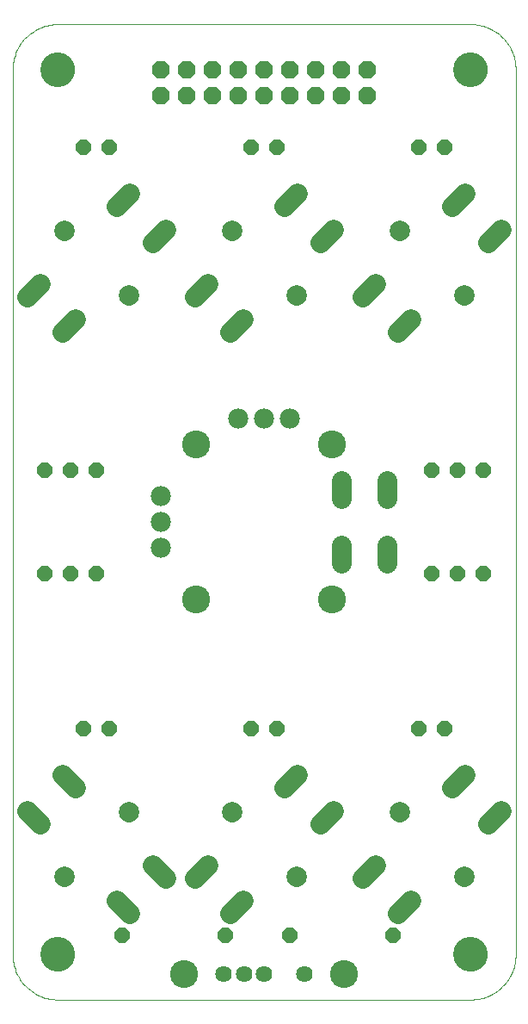
<source format=gts>
G75*
G70*
%OFA0B0*%
%FSLAX24Y24*%
%IPPOS*%
%LPD*%
%AMOC8*
5,1,8,0,0,1.08239X$1,22.5*
%
%ADD10C,0.0000*%
%ADD11C,0.1080*%
%ADD12C,0.0780*%
%ADD13C,0.0780*%
%ADD14OC8,0.0600*%
%ADD15C,0.0785*%
%ADD16C,0.0790*%
%ADD17C,0.1340*%
%ADD18C,0.0640*%
%ADD19OC8,0.0680*%
D10*
X001004Y003635D02*
X001004Y037885D01*
X002124Y037885D02*
X002126Y037935D01*
X002132Y037985D01*
X002142Y038034D01*
X002156Y038082D01*
X002173Y038129D01*
X002194Y038174D01*
X002219Y038218D01*
X002247Y038259D01*
X002279Y038298D01*
X002313Y038335D01*
X002350Y038369D01*
X002390Y038399D01*
X002432Y038426D01*
X002476Y038450D01*
X002522Y038471D01*
X002569Y038487D01*
X002617Y038500D01*
X002667Y038509D01*
X002716Y038514D01*
X002767Y038515D01*
X002817Y038512D01*
X002866Y038505D01*
X002915Y038494D01*
X002963Y038479D01*
X003009Y038461D01*
X003054Y038439D01*
X003097Y038413D01*
X003138Y038384D01*
X003177Y038352D01*
X003213Y038317D01*
X003245Y038279D01*
X003275Y038239D01*
X003302Y038196D01*
X003325Y038152D01*
X003344Y038106D01*
X003360Y038058D01*
X003372Y038009D01*
X003380Y037960D01*
X003384Y037910D01*
X003384Y037860D01*
X003380Y037810D01*
X003372Y037761D01*
X003360Y037712D01*
X003344Y037664D01*
X003325Y037618D01*
X003302Y037574D01*
X003275Y037531D01*
X003245Y037491D01*
X003213Y037453D01*
X003177Y037418D01*
X003138Y037386D01*
X003097Y037357D01*
X003054Y037331D01*
X003009Y037309D01*
X002963Y037291D01*
X002915Y037276D01*
X002866Y037265D01*
X002817Y037258D01*
X002767Y037255D01*
X002716Y037256D01*
X002667Y037261D01*
X002617Y037270D01*
X002569Y037283D01*
X002522Y037299D01*
X002476Y037320D01*
X002432Y037344D01*
X002390Y037371D01*
X002350Y037401D01*
X002313Y037435D01*
X002279Y037472D01*
X002247Y037511D01*
X002219Y037552D01*
X002194Y037596D01*
X002173Y037641D01*
X002156Y037688D01*
X002142Y037736D01*
X002132Y037785D01*
X002126Y037835D01*
X002124Y037885D01*
X001004Y037885D02*
X001006Y037968D01*
X001012Y038051D01*
X001022Y038134D01*
X001036Y038216D01*
X001053Y038298D01*
X001075Y038378D01*
X001100Y038457D01*
X001129Y038535D01*
X001162Y038612D01*
X001199Y038687D01*
X001238Y038760D01*
X001282Y038831D01*
X001328Y038900D01*
X001378Y038967D01*
X001431Y039031D01*
X001487Y039093D01*
X001546Y039152D01*
X001608Y039208D01*
X001672Y039261D01*
X001739Y039311D01*
X001808Y039357D01*
X001879Y039401D01*
X001952Y039440D01*
X002027Y039477D01*
X002104Y039510D01*
X002182Y039539D01*
X002261Y039564D01*
X002341Y039586D01*
X002423Y039603D01*
X002505Y039617D01*
X002588Y039627D01*
X002671Y039633D01*
X002754Y039635D01*
X018754Y039635D01*
X018124Y037885D02*
X018126Y037935D01*
X018132Y037985D01*
X018142Y038034D01*
X018156Y038082D01*
X018173Y038129D01*
X018194Y038174D01*
X018219Y038218D01*
X018247Y038259D01*
X018279Y038298D01*
X018313Y038335D01*
X018350Y038369D01*
X018390Y038399D01*
X018432Y038426D01*
X018476Y038450D01*
X018522Y038471D01*
X018569Y038487D01*
X018617Y038500D01*
X018667Y038509D01*
X018716Y038514D01*
X018767Y038515D01*
X018817Y038512D01*
X018866Y038505D01*
X018915Y038494D01*
X018963Y038479D01*
X019009Y038461D01*
X019054Y038439D01*
X019097Y038413D01*
X019138Y038384D01*
X019177Y038352D01*
X019213Y038317D01*
X019245Y038279D01*
X019275Y038239D01*
X019302Y038196D01*
X019325Y038152D01*
X019344Y038106D01*
X019360Y038058D01*
X019372Y038009D01*
X019380Y037960D01*
X019384Y037910D01*
X019384Y037860D01*
X019380Y037810D01*
X019372Y037761D01*
X019360Y037712D01*
X019344Y037664D01*
X019325Y037618D01*
X019302Y037574D01*
X019275Y037531D01*
X019245Y037491D01*
X019213Y037453D01*
X019177Y037418D01*
X019138Y037386D01*
X019097Y037357D01*
X019054Y037331D01*
X019009Y037309D01*
X018963Y037291D01*
X018915Y037276D01*
X018866Y037265D01*
X018817Y037258D01*
X018767Y037255D01*
X018716Y037256D01*
X018667Y037261D01*
X018617Y037270D01*
X018569Y037283D01*
X018522Y037299D01*
X018476Y037320D01*
X018432Y037344D01*
X018390Y037371D01*
X018350Y037401D01*
X018313Y037435D01*
X018279Y037472D01*
X018247Y037511D01*
X018219Y037552D01*
X018194Y037596D01*
X018173Y037641D01*
X018156Y037688D01*
X018142Y037736D01*
X018132Y037785D01*
X018126Y037835D01*
X018124Y037885D01*
X018754Y039635D02*
X018837Y039633D01*
X018920Y039627D01*
X019003Y039617D01*
X019085Y039603D01*
X019167Y039586D01*
X019247Y039564D01*
X019326Y039539D01*
X019404Y039510D01*
X019481Y039477D01*
X019556Y039440D01*
X019629Y039401D01*
X019700Y039357D01*
X019769Y039311D01*
X019836Y039261D01*
X019900Y039208D01*
X019962Y039152D01*
X020021Y039093D01*
X020077Y039031D01*
X020130Y038967D01*
X020180Y038900D01*
X020226Y038831D01*
X020270Y038760D01*
X020309Y038687D01*
X020346Y038612D01*
X020379Y038535D01*
X020408Y038457D01*
X020433Y038378D01*
X020455Y038298D01*
X020472Y038216D01*
X020486Y038134D01*
X020496Y038051D01*
X020502Y037968D01*
X020504Y037885D01*
X020504Y003635D01*
X018124Y003635D02*
X018126Y003685D01*
X018132Y003735D01*
X018142Y003784D01*
X018156Y003832D01*
X018173Y003879D01*
X018194Y003924D01*
X018219Y003968D01*
X018247Y004009D01*
X018279Y004048D01*
X018313Y004085D01*
X018350Y004119D01*
X018390Y004149D01*
X018432Y004176D01*
X018476Y004200D01*
X018522Y004221D01*
X018569Y004237D01*
X018617Y004250D01*
X018667Y004259D01*
X018716Y004264D01*
X018767Y004265D01*
X018817Y004262D01*
X018866Y004255D01*
X018915Y004244D01*
X018963Y004229D01*
X019009Y004211D01*
X019054Y004189D01*
X019097Y004163D01*
X019138Y004134D01*
X019177Y004102D01*
X019213Y004067D01*
X019245Y004029D01*
X019275Y003989D01*
X019302Y003946D01*
X019325Y003902D01*
X019344Y003856D01*
X019360Y003808D01*
X019372Y003759D01*
X019380Y003710D01*
X019384Y003660D01*
X019384Y003610D01*
X019380Y003560D01*
X019372Y003511D01*
X019360Y003462D01*
X019344Y003414D01*
X019325Y003368D01*
X019302Y003324D01*
X019275Y003281D01*
X019245Y003241D01*
X019213Y003203D01*
X019177Y003168D01*
X019138Y003136D01*
X019097Y003107D01*
X019054Y003081D01*
X019009Y003059D01*
X018963Y003041D01*
X018915Y003026D01*
X018866Y003015D01*
X018817Y003008D01*
X018767Y003005D01*
X018716Y003006D01*
X018667Y003011D01*
X018617Y003020D01*
X018569Y003033D01*
X018522Y003049D01*
X018476Y003070D01*
X018432Y003094D01*
X018390Y003121D01*
X018350Y003151D01*
X018313Y003185D01*
X018279Y003222D01*
X018247Y003261D01*
X018219Y003302D01*
X018194Y003346D01*
X018173Y003391D01*
X018156Y003438D01*
X018142Y003486D01*
X018132Y003535D01*
X018126Y003585D01*
X018124Y003635D01*
X018754Y001885D02*
X018837Y001887D01*
X018920Y001893D01*
X019003Y001903D01*
X019085Y001917D01*
X019167Y001934D01*
X019247Y001956D01*
X019326Y001981D01*
X019404Y002010D01*
X019481Y002043D01*
X019556Y002080D01*
X019629Y002119D01*
X019700Y002163D01*
X019769Y002209D01*
X019836Y002259D01*
X019900Y002312D01*
X019962Y002368D01*
X020021Y002427D01*
X020077Y002489D01*
X020130Y002553D01*
X020180Y002620D01*
X020226Y002689D01*
X020270Y002760D01*
X020309Y002833D01*
X020346Y002908D01*
X020379Y002985D01*
X020408Y003063D01*
X020433Y003142D01*
X020455Y003222D01*
X020472Y003304D01*
X020486Y003386D01*
X020496Y003469D01*
X020502Y003552D01*
X020504Y003635D01*
X018754Y001885D02*
X002754Y001885D01*
X002124Y003635D02*
X002126Y003685D01*
X002132Y003735D01*
X002142Y003784D01*
X002156Y003832D01*
X002173Y003879D01*
X002194Y003924D01*
X002219Y003968D01*
X002247Y004009D01*
X002279Y004048D01*
X002313Y004085D01*
X002350Y004119D01*
X002390Y004149D01*
X002432Y004176D01*
X002476Y004200D01*
X002522Y004221D01*
X002569Y004237D01*
X002617Y004250D01*
X002667Y004259D01*
X002716Y004264D01*
X002767Y004265D01*
X002817Y004262D01*
X002866Y004255D01*
X002915Y004244D01*
X002963Y004229D01*
X003009Y004211D01*
X003054Y004189D01*
X003097Y004163D01*
X003138Y004134D01*
X003177Y004102D01*
X003213Y004067D01*
X003245Y004029D01*
X003275Y003989D01*
X003302Y003946D01*
X003325Y003902D01*
X003344Y003856D01*
X003360Y003808D01*
X003372Y003759D01*
X003380Y003710D01*
X003384Y003660D01*
X003384Y003610D01*
X003380Y003560D01*
X003372Y003511D01*
X003360Y003462D01*
X003344Y003414D01*
X003325Y003368D01*
X003302Y003324D01*
X003275Y003281D01*
X003245Y003241D01*
X003213Y003203D01*
X003177Y003168D01*
X003138Y003136D01*
X003097Y003107D01*
X003054Y003081D01*
X003009Y003059D01*
X002963Y003041D01*
X002915Y003026D01*
X002866Y003015D01*
X002817Y003008D01*
X002767Y003005D01*
X002716Y003006D01*
X002667Y003011D01*
X002617Y003020D01*
X002569Y003033D01*
X002522Y003049D01*
X002476Y003070D01*
X002432Y003094D01*
X002390Y003121D01*
X002350Y003151D01*
X002313Y003185D01*
X002279Y003222D01*
X002247Y003261D01*
X002219Y003302D01*
X002194Y003346D01*
X002173Y003391D01*
X002156Y003438D01*
X002142Y003486D01*
X002132Y003535D01*
X002126Y003585D01*
X002124Y003635D01*
X001004Y003635D02*
X001006Y003552D01*
X001012Y003469D01*
X001022Y003386D01*
X001036Y003304D01*
X001053Y003222D01*
X001075Y003142D01*
X001100Y003063D01*
X001129Y002985D01*
X001162Y002908D01*
X001199Y002833D01*
X001238Y002760D01*
X001282Y002689D01*
X001328Y002620D01*
X001378Y002553D01*
X001431Y002489D01*
X001487Y002427D01*
X001546Y002368D01*
X001608Y002312D01*
X001672Y002259D01*
X001739Y002209D01*
X001808Y002163D01*
X001879Y002119D01*
X001952Y002080D01*
X002027Y002043D01*
X002104Y002010D01*
X002182Y001981D01*
X002261Y001956D01*
X002341Y001934D01*
X002423Y001917D01*
X002505Y001903D01*
X002588Y001893D01*
X002671Y001887D01*
X002754Y001885D01*
X002647Y006633D02*
X002649Y006670D01*
X002655Y006707D01*
X002664Y006743D01*
X002678Y006777D01*
X002695Y006810D01*
X002715Y006842D01*
X002738Y006871D01*
X002764Y006897D01*
X002793Y006920D01*
X002824Y006940D01*
X002858Y006957D01*
X002892Y006971D01*
X002928Y006980D01*
X002965Y006986D01*
X003002Y006988D01*
X003039Y006986D01*
X003076Y006980D01*
X003112Y006971D01*
X003146Y006957D01*
X003179Y006940D01*
X003211Y006920D01*
X003240Y006897D01*
X003266Y006871D01*
X003289Y006842D01*
X003309Y006811D01*
X003326Y006777D01*
X003340Y006743D01*
X003349Y006707D01*
X003355Y006670D01*
X003357Y006633D01*
X003355Y006596D01*
X003349Y006559D01*
X003340Y006523D01*
X003326Y006489D01*
X003309Y006456D01*
X003289Y006424D01*
X003266Y006395D01*
X003240Y006369D01*
X003211Y006346D01*
X003180Y006326D01*
X003146Y006309D01*
X003112Y006295D01*
X003076Y006286D01*
X003039Y006280D01*
X003002Y006278D01*
X002965Y006280D01*
X002928Y006286D01*
X002892Y006295D01*
X002858Y006309D01*
X002825Y006326D01*
X002793Y006346D01*
X002764Y006369D01*
X002738Y006395D01*
X002715Y006424D01*
X002695Y006455D01*
X002678Y006489D01*
X002664Y006523D01*
X002655Y006559D01*
X002649Y006596D01*
X002647Y006633D01*
X005151Y009136D02*
X005153Y009173D01*
X005159Y009210D01*
X005168Y009246D01*
X005182Y009280D01*
X005199Y009313D01*
X005219Y009345D01*
X005242Y009374D01*
X005268Y009400D01*
X005297Y009423D01*
X005328Y009443D01*
X005362Y009460D01*
X005396Y009474D01*
X005432Y009483D01*
X005469Y009489D01*
X005506Y009491D01*
X005543Y009489D01*
X005580Y009483D01*
X005616Y009474D01*
X005650Y009460D01*
X005683Y009443D01*
X005715Y009423D01*
X005744Y009400D01*
X005770Y009374D01*
X005793Y009345D01*
X005813Y009314D01*
X005830Y009280D01*
X005844Y009246D01*
X005853Y009210D01*
X005859Y009173D01*
X005861Y009136D01*
X005859Y009099D01*
X005853Y009062D01*
X005844Y009026D01*
X005830Y008992D01*
X005813Y008959D01*
X005793Y008927D01*
X005770Y008898D01*
X005744Y008872D01*
X005715Y008849D01*
X005684Y008829D01*
X005650Y008812D01*
X005616Y008798D01*
X005580Y008789D01*
X005543Y008783D01*
X005506Y008781D01*
X005469Y008783D01*
X005432Y008789D01*
X005396Y008798D01*
X005362Y008812D01*
X005329Y008829D01*
X005297Y008849D01*
X005268Y008872D01*
X005242Y008898D01*
X005219Y008927D01*
X005199Y008958D01*
X005182Y008992D01*
X005168Y009026D01*
X005159Y009062D01*
X005153Y009099D01*
X005151Y009136D01*
X009147Y009136D02*
X009149Y009173D01*
X009155Y009210D01*
X009164Y009246D01*
X009178Y009280D01*
X009195Y009313D01*
X009215Y009345D01*
X009238Y009374D01*
X009264Y009400D01*
X009293Y009423D01*
X009324Y009443D01*
X009358Y009460D01*
X009392Y009474D01*
X009428Y009483D01*
X009465Y009489D01*
X009502Y009491D01*
X009539Y009489D01*
X009576Y009483D01*
X009612Y009474D01*
X009646Y009460D01*
X009679Y009443D01*
X009711Y009423D01*
X009740Y009400D01*
X009766Y009374D01*
X009789Y009345D01*
X009809Y009314D01*
X009826Y009280D01*
X009840Y009246D01*
X009849Y009210D01*
X009855Y009173D01*
X009857Y009136D01*
X009855Y009099D01*
X009849Y009062D01*
X009840Y009026D01*
X009826Y008992D01*
X009809Y008959D01*
X009789Y008927D01*
X009766Y008898D01*
X009740Y008872D01*
X009711Y008849D01*
X009680Y008829D01*
X009646Y008812D01*
X009612Y008798D01*
X009576Y008789D01*
X009539Y008783D01*
X009502Y008781D01*
X009465Y008783D01*
X009428Y008789D01*
X009392Y008798D01*
X009358Y008812D01*
X009325Y008829D01*
X009293Y008849D01*
X009264Y008872D01*
X009238Y008898D01*
X009215Y008927D01*
X009195Y008958D01*
X009178Y008992D01*
X009164Y009026D01*
X009155Y009062D01*
X009149Y009099D01*
X009147Y009136D01*
X011651Y006633D02*
X011653Y006670D01*
X011659Y006707D01*
X011668Y006743D01*
X011682Y006777D01*
X011699Y006810D01*
X011719Y006842D01*
X011742Y006871D01*
X011768Y006897D01*
X011797Y006920D01*
X011828Y006940D01*
X011862Y006957D01*
X011896Y006971D01*
X011932Y006980D01*
X011969Y006986D01*
X012006Y006988D01*
X012043Y006986D01*
X012080Y006980D01*
X012116Y006971D01*
X012150Y006957D01*
X012183Y006940D01*
X012215Y006920D01*
X012244Y006897D01*
X012270Y006871D01*
X012293Y006842D01*
X012313Y006811D01*
X012330Y006777D01*
X012344Y006743D01*
X012353Y006707D01*
X012359Y006670D01*
X012361Y006633D01*
X012359Y006596D01*
X012353Y006559D01*
X012344Y006523D01*
X012330Y006489D01*
X012313Y006456D01*
X012293Y006424D01*
X012270Y006395D01*
X012244Y006369D01*
X012215Y006346D01*
X012184Y006326D01*
X012150Y006309D01*
X012116Y006295D01*
X012080Y006286D01*
X012043Y006280D01*
X012006Y006278D01*
X011969Y006280D01*
X011932Y006286D01*
X011896Y006295D01*
X011862Y006309D01*
X011829Y006326D01*
X011797Y006346D01*
X011768Y006369D01*
X011742Y006395D01*
X011719Y006424D01*
X011699Y006455D01*
X011682Y006489D01*
X011668Y006523D01*
X011659Y006559D01*
X011653Y006596D01*
X011651Y006633D01*
X015647Y009136D02*
X015649Y009173D01*
X015655Y009210D01*
X015664Y009246D01*
X015678Y009280D01*
X015695Y009313D01*
X015715Y009345D01*
X015738Y009374D01*
X015764Y009400D01*
X015793Y009423D01*
X015824Y009443D01*
X015858Y009460D01*
X015892Y009474D01*
X015928Y009483D01*
X015965Y009489D01*
X016002Y009491D01*
X016039Y009489D01*
X016076Y009483D01*
X016112Y009474D01*
X016146Y009460D01*
X016179Y009443D01*
X016211Y009423D01*
X016240Y009400D01*
X016266Y009374D01*
X016289Y009345D01*
X016309Y009314D01*
X016326Y009280D01*
X016340Y009246D01*
X016349Y009210D01*
X016355Y009173D01*
X016357Y009136D01*
X016355Y009099D01*
X016349Y009062D01*
X016340Y009026D01*
X016326Y008992D01*
X016309Y008959D01*
X016289Y008927D01*
X016266Y008898D01*
X016240Y008872D01*
X016211Y008849D01*
X016180Y008829D01*
X016146Y008812D01*
X016112Y008798D01*
X016076Y008789D01*
X016039Y008783D01*
X016002Y008781D01*
X015965Y008783D01*
X015928Y008789D01*
X015892Y008798D01*
X015858Y008812D01*
X015825Y008829D01*
X015793Y008849D01*
X015764Y008872D01*
X015738Y008898D01*
X015715Y008927D01*
X015695Y008958D01*
X015678Y008992D01*
X015664Y009026D01*
X015655Y009062D01*
X015649Y009099D01*
X015647Y009136D01*
X018151Y006633D02*
X018153Y006670D01*
X018159Y006707D01*
X018168Y006743D01*
X018182Y006777D01*
X018199Y006810D01*
X018219Y006842D01*
X018242Y006871D01*
X018268Y006897D01*
X018297Y006920D01*
X018328Y006940D01*
X018362Y006957D01*
X018396Y006971D01*
X018432Y006980D01*
X018469Y006986D01*
X018506Y006988D01*
X018543Y006986D01*
X018580Y006980D01*
X018616Y006971D01*
X018650Y006957D01*
X018683Y006940D01*
X018715Y006920D01*
X018744Y006897D01*
X018770Y006871D01*
X018793Y006842D01*
X018813Y006811D01*
X018830Y006777D01*
X018844Y006743D01*
X018853Y006707D01*
X018859Y006670D01*
X018861Y006633D01*
X018859Y006596D01*
X018853Y006559D01*
X018844Y006523D01*
X018830Y006489D01*
X018813Y006456D01*
X018793Y006424D01*
X018770Y006395D01*
X018744Y006369D01*
X018715Y006346D01*
X018684Y006326D01*
X018650Y006309D01*
X018616Y006295D01*
X018580Y006286D01*
X018543Y006280D01*
X018506Y006278D01*
X018469Y006280D01*
X018432Y006286D01*
X018396Y006295D01*
X018362Y006309D01*
X018329Y006326D01*
X018297Y006346D01*
X018268Y006369D01*
X018242Y006395D01*
X018219Y006424D01*
X018199Y006455D01*
X018182Y006489D01*
X018168Y006523D01*
X018159Y006559D01*
X018153Y006596D01*
X018151Y006633D01*
X018151Y029133D02*
X018153Y029170D01*
X018159Y029207D01*
X018168Y029243D01*
X018182Y029277D01*
X018199Y029310D01*
X018219Y029342D01*
X018242Y029371D01*
X018268Y029397D01*
X018297Y029420D01*
X018328Y029440D01*
X018362Y029457D01*
X018396Y029471D01*
X018432Y029480D01*
X018469Y029486D01*
X018506Y029488D01*
X018543Y029486D01*
X018580Y029480D01*
X018616Y029471D01*
X018650Y029457D01*
X018683Y029440D01*
X018715Y029420D01*
X018744Y029397D01*
X018770Y029371D01*
X018793Y029342D01*
X018813Y029311D01*
X018830Y029277D01*
X018844Y029243D01*
X018853Y029207D01*
X018859Y029170D01*
X018861Y029133D01*
X018859Y029096D01*
X018853Y029059D01*
X018844Y029023D01*
X018830Y028989D01*
X018813Y028956D01*
X018793Y028924D01*
X018770Y028895D01*
X018744Y028869D01*
X018715Y028846D01*
X018684Y028826D01*
X018650Y028809D01*
X018616Y028795D01*
X018580Y028786D01*
X018543Y028780D01*
X018506Y028778D01*
X018469Y028780D01*
X018432Y028786D01*
X018396Y028795D01*
X018362Y028809D01*
X018329Y028826D01*
X018297Y028846D01*
X018268Y028869D01*
X018242Y028895D01*
X018219Y028924D01*
X018199Y028955D01*
X018182Y028989D01*
X018168Y029023D01*
X018159Y029059D01*
X018153Y029096D01*
X018151Y029133D01*
X015647Y031636D02*
X015649Y031673D01*
X015655Y031710D01*
X015664Y031746D01*
X015678Y031780D01*
X015695Y031813D01*
X015715Y031845D01*
X015738Y031874D01*
X015764Y031900D01*
X015793Y031923D01*
X015824Y031943D01*
X015858Y031960D01*
X015892Y031974D01*
X015928Y031983D01*
X015965Y031989D01*
X016002Y031991D01*
X016039Y031989D01*
X016076Y031983D01*
X016112Y031974D01*
X016146Y031960D01*
X016179Y031943D01*
X016211Y031923D01*
X016240Y031900D01*
X016266Y031874D01*
X016289Y031845D01*
X016309Y031814D01*
X016326Y031780D01*
X016340Y031746D01*
X016349Y031710D01*
X016355Y031673D01*
X016357Y031636D01*
X016355Y031599D01*
X016349Y031562D01*
X016340Y031526D01*
X016326Y031492D01*
X016309Y031459D01*
X016289Y031427D01*
X016266Y031398D01*
X016240Y031372D01*
X016211Y031349D01*
X016180Y031329D01*
X016146Y031312D01*
X016112Y031298D01*
X016076Y031289D01*
X016039Y031283D01*
X016002Y031281D01*
X015965Y031283D01*
X015928Y031289D01*
X015892Y031298D01*
X015858Y031312D01*
X015825Y031329D01*
X015793Y031349D01*
X015764Y031372D01*
X015738Y031398D01*
X015715Y031427D01*
X015695Y031458D01*
X015678Y031492D01*
X015664Y031526D01*
X015655Y031562D01*
X015649Y031599D01*
X015647Y031636D01*
X011651Y029133D02*
X011653Y029170D01*
X011659Y029207D01*
X011668Y029243D01*
X011682Y029277D01*
X011699Y029310D01*
X011719Y029342D01*
X011742Y029371D01*
X011768Y029397D01*
X011797Y029420D01*
X011828Y029440D01*
X011862Y029457D01*
X011896Y029471D01*
X011932Y029480D01*
X011969Y029486D01*
X012006Y029488D01*
X012043Y029486D01*
X012080Y029480D01*
X012116Y029471D01*
X012150Y029457D01*
X012183Y029440D01*
X012215Y029420D01*
X012244Y029397D01*
X012270Y029371D01*
X012293Y029342D01*
X012313Y029311D01*
X012330Y029277D01*
X012344Y029243D01*
X012353Y029207D01*
X012359Y029170D01*
X012361Y029133D01*
X012359Y029096D01*
X012353Y029059D01*
X012344Y029023D01*
X012330Y028989D01*
X012313Y028956D01*
X012293Y028924D01*
X012270Y028895D01*
X012244Y028869D01*
X012215Y028846D01*
X012184Y028826D01*
X012150Y028809D01*
X012116Y028795D01*
X012080Y028786D01*
X012043Y028780D01*
X012006Y028778D01*
X011969Y028780D01*
X011932Y028786D01*
X011896Y028795D01*
X011862Y028809D01*
X011829Y028826D01*
X011797Y028846D01*
X011768Y028869D01*
X011742Y028895D01*
X011719Y028924D01*
X011699Y028955D01*
X011682Y028989D01*
X011668Y029023D01*
X011659Y029059D01*
X011653Y029096D01*
X011651Y029133D01*
X009147Y031636D02*
X009149Y031673D01*
X009155Y031710D01*
X009164Y031746D01*
X009178Y031780D01*
X009195Y031813D01*
X009215Y031845D01*
X009238Y031874D01*
X009264Y031900D01*
X009293Y031923D01*
X009324Y031943D01*
X009358Y031960D01*
X009392Y031974D01*
X009428Y031983D01*
X009465Y031989D01*
X009502Y031991D01*
X009539Y031989D01*
X009576Y031983D01*
X009612Y031974D01*
X009646Y031960D01*
X009679Y031943D01*
X009711Y031923D01*
X009740Y031900D01*
X009766Y031874D01*
X009789Y031845D01*
X009809Y031814D01*
X009826Y031780D01*
X009840Y031746D01*
X009849Y031710D01*
X009855Y031673D01*
X009857Y031636D01*
X009855Y031599D01*
X009849Y031562D01*
X009840Y031526D01*
X009826Y031492D01*
X009809Y031459D01*
X009789Y031427D01*
X009766Y031398D01*
X009740Y031372D01*
X009711Y031349D01*
X009680Y031329D01*
X009646Y031312D01*
X009612Y031298D01*
X009576Y031289D01*
X009539Y031283D01*
X009502Y031281D01*
X009465Y031283D01*
X009428Y031289D01*
X009392Y031298D01*
X009358Y031312D01*
X009325Y031329D01*
X009293Y031349D01*
X009264Y031372D01*
X009238Y031398D01*
X009215Y031427D01*
X009195Y031458D01*
X009178Y031492D01*
X009164Y031526D01*
X009155Y031562D01*
X009149Y031599D01*
X009147Y031636D01*
X005151Y029133D02*
X005153Y029170D01*
X005159Y029207D01*
X005168Y029243D01*
X005182Y029277D01*
X005199Y029310D01*
X005219Y029342D01*
X005242Y029371D01*
X005268Y029397D01*
X005297Y029420D01*
X005328Y029440D01*
X005362Y029457D01*
X005396Y029471D01*
X005432Y029480D01*
X005469Y029486D01*
X005506Y029488D01*
X005543Y029486D01*
X005580Y029480D01*
X005616Y029471D01*
X005650Y029457D01*
X005683Y029440D01*
X005715Y029420D01*
X005744Y029397D01*
X005770Y029371D01*
X005793Y029342D01*
X005813Y029311D01*
X005830Y029277D01*
X005844Y029243D01*
X005853Y029207D01*
X005859Y029170D01*
X005861Y029133D01*
X005859Y029096D01*
X005853Y029059D01*
X005844Y029023D01*
X005830Y028989D01*
X005813Y028956D01*
X005793Y028924D01*
X005770Y028895D01*
X005744Y028869D01*
X005715Y028846D01*
X005684Y028826D01*
X005650Y028809D01*
X005616Y028795D01*
X005580Y028786D01*
X005543Y028780D01*
X005506Y028778D01*
X005469Y028780D01*
X005432Y028786D01*
X005396Y028795D01*
X005362Y028809D01*
X005329Y028826D01*
X005297Y028846D01*
X005268Y028869D01*
X005242Y028895D01*
X005219Y028924D01*
X005199Y028955D01*
X005182Y028989D01*
X005168Y029023D01*
X005159Y029059D01*
X005153Y029096D01*
X005151Y029133D01*
X002647Y031636D02*
X002649Y031673D01*
X002655Y031710D01*
X002664Y031746D01*
X002678Y031780D01*
X002695Y031813D01*
X002715Y031845D01*
X002738Y031874D01*
X002764Y031900D01*
X002793Y031923D01*
X002824Y031943D01*
X002858Y031960D01*
X002892Y031974D01*
X002928Y031983D01*
X002965Y031989D01*
X003002Y031991D01*
X003039Y031989D01*
X003076Y031983D01*
X003112Y031974D01*
X003146Y031960D01*
X003179Y031943D01*
X003211Y031923D01*
X003240Y031900D01*
X003266Y031874D01*
X003289Y031845D01*
X003309Y031814D01*
X003326Y031780D01*
X003340Y031746D01*
X003349Y031710D01*
X003355Y031673D01*
X003357Y031636D01*
X003355Y031599D01*
X003349Y031562D01*
X003340Y031526D01*
X003326Y031492D01*
X003309Y031459D01*
X003289Y031427D01*
X003266Y031398D01*
X003240Y031372D01*
X003211Y031349D01*
X003180Y031329D01*
X003146Y031312D01*
X003112Y031298D01*
X003076Y031289D01*
X003039Y031283D01*
X003002Y031281D01*
X002965Y031283D01*
X002928Y031289D01*
X002892Y031298D01*
X002858Y031312D01*
X002825Y031329D01*
X002793Y031349D01*
X002764Y031372D01*
X002738Y031398D01*
X002715Y031427D01*
X002695Y031458D01*
X002678Y031492D01*
X002664Y031526D01*
X002655Y031562D01*
X002649Y031599D01*
X002647Y031636D01*
D11*
X008129Y023385D03*
X008129Y017385D03*
X013379Y017385D03*
X013379Y023385D03*
X013845Y002885D03*
X007663Y002885D03*
D12*
X006754Y019385D03*
X006754Y020385D03*
X006754Y021385D03*
X009754Y024385D03*
X010754Y024385D03*
X011754Y024385D03*
D13*
X013754Y021985D02*
X013754Y021285D01*
X013754Y019485D02*
X013754Y018785D01*
X015526Y018785D02*
X015526Y019485D01*
X015526Y021285D02*
X015526Y021985D01*
D14*
X017254Y022385D03*
X018254Y022385D03*
X019254Y022385D03*
X019254Y018385D03*
X018254Y018385D03*
X017254Y018385D03*
X016754Y012385D03*
X017754Y012385D03*
X015754Y004385D03*
X011754Y004385D03*
X009254Y004385D03*
X005254Y004385D03*
X004754Y012385D03*
X003754Y012385D03*
X003254Y018385D03*
X004254Y018385D03*
X002254Y018385D03*
X002254Y022385D03*
X003254Y022385D03*
X004254Y022385D03*
X010254Y012385D03*
X011254Y012385D03*
X011254Y034885D03*
X010254Y034885D03*
X004754Y034885D03*
X003754Y034885D03*
X016754Y034885D03*
X017754Y034885D03*
D15*
X018550Y033066D02*
X018051Y032568D01*
X019437Y031182D02*
X019936Y031680D01*
X016457Y028201D02*
X015958Y027703D01*
X014572Y029089D02*
X015071Y029587D01*
X013436Y031680D02*
X012937Y031182D01*
X011551Y032568D02*
X012050Y033066D01*
X009957Y028201D02*
X009458Y027703D01*
X008072Y029089D02*
X008571Y029587D01*
X006936Y031680D02*
X006437Y031182D01*
X005051Y032568D02*
X005550Y033066D01*
X003457Y028201D02*
X002958Y027703D01*
X001572Y029089D02*
X002071Y029587D01*
X002958Y010566D02*
X003457Y010068D01*
X002071Y008682D02*
X001572Y009180D01*
X005051Y005701D02*
X005550Y005203D01*
X006936Y006589D02*
X006437Y007087D01*
X008072Y006589D02*
X008571Y007087D01*
X009957Y005701D02*
X009458Y005203D01*
X011551Y010068D02*
X012050Y010566D01*
X013436Y009180D02*
X012937Y008682D01*
X014572Y006589D02*
X015071Y007087D01*
X016457Y005701D02*
X015958Y005203D01*
X018051Y010068D02*
X018550Y010566D01*
X019936Y009180D02*
X019437Y008682D01*
D16*
X018506Y006633D03*
X016002Y009136D03*
X012006Y006633D03*
X009502Y009136D03*
X005506Y009136D03*
X003002Y006633D03*
X005506Y029133D03*
X003002Y031636D03*
X009502Y031636D03*
X012006Y029133D03*
X016002Y031636D03*
X018506Y029133D03*
D17*
X018754Y037885D03*
X002754Y037885D03*
X002754Y003635D03*
X018754Y003635D03*
D18*
X012329Y002885D03*
X010754Y002885D03*
X009967Y002885D03*
X009179Y002885D03*
D19*
X008754Y036885D03*
X008754Y037885D03*
X007754Y037885D03*
X007754Y036885D03*
X006754Y036885D03*
X006754Y037885D03*
X009754Y037885D03*
X009754Y036885D03*
X010754Y036885D03*
X010754Y037885D03*
X011754Y037885D03*
X011754Y036885D03*
X012754Y036885D03*
X012754Y037885D03*
X013754Y037885D03*
X013754Y036885D03*
X014754Y036885D03*
X014754Y037885D03*
M02*

</source>
